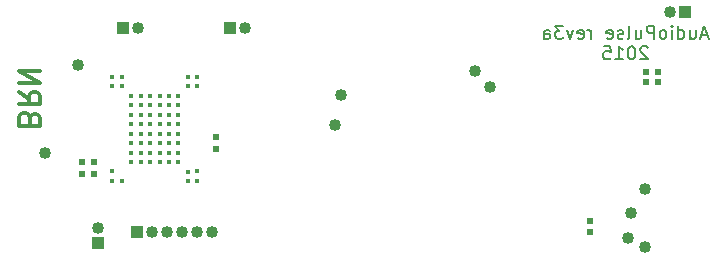
<source format=gbs>
G04 (created by PCBNEW (2013-may-18)-stable) date Fri 15 May 2015 12:14:51 AM EDT*
%MOIN*%
G04 Gerber Fmt 3.4, Leading zero omitted, Abs format*
%FSLAX34Y34*%
G01*
G70*
G90*
G04 APERTURE LIST*
%ADD10C,0.00590551*%
%ADD11C,0.00787402*%
%ADD12C,0.011811*%
%ADD13C,0.04*%
%ADD14R,0.04X0.04*%
%ADD15R,0.019685X0.023622*%
%ADD16R,0.023622X0.019685*%
%ADD17C,0.0157*%
G04 APERTURE END LIST*
G54D10*
G54D11*
X83169Y-29563D02*
X82963Y-29563D01*
X83210Y-29687D02*
X83066Y-29254D01*
X82922Y-29687D01*
X82592Y-29398D02*
X82592Y-29687D01*
X82777Y-29398D02*
X82777Y-29625D01*
X82757Y-29666D01*
X82715Y-29687D01*
X82653Y-29687D01*
X82612Y-29666D01*
X82592Y-29645D01*
X82200Y-29687D02*
X82200Y-29254D01*
X82200Y-29666D02*
X82241Y-29687D01*
X82323Y-29687D01*
X82365Y-29666D01*
X82385Y-29645D01*
X82406Y-29604D01*
X82406Y-29480D01*
X82385Y-29439D01*
X82365Y-29419D01*
X82323Y-29398D01*
X82241Y-29398D01*
X82200Y-29419D01*
X81994Y-29687D02*
X81994Y-29398D01*
X81994Y-29254D02*
X82014Y-29274D01*
X81994Y-29295D01*
X81973Y-29274D01*
X81994Y-29254D01*
X81994Y-29295D01*
X81725Y-29687D02*
X81767Y-29666D01*
X81787Y-29645D01*
X81808Y-29604D01*
X81808Y-29480D01*
X81787Y-29439D01*
X81767Y-29419D01*
X81725Y-29398D01*
X81664Y-29398D01*
X81622Y-29419D01*
X81602Y-29439D01*
X81581Y-29480D01*
X81581Y-29604D01*
X81602Y-29645D01*
X81622Y-29666D01*
X81664Y-29687D01*
X81725Y-29687D01*
X81395Y-29687D02*
X81395Y-29254D01*
X81230Y-29254D01*
X81189Y-29274D01*
X81169Y-29295D01*
X81148Y-29336D01*
X81148Y-29398D01*
X81169Y-29439D01*
X81189Y-29460D01*
X81230Y-29480D01*
X81395Y-29480D01*
X80777Y-29398D02*
X80777Y-29687D01*
X80962Y-29398D02*
X80962Y-29625D01*
X80942Y-29666D01*
X80901Y-29687D01*
X80839Y-29687D01*
X80797Y-29666D01*
X80777Y-29645D01*
X80509Y-29687D02*
X80550Y-29666D01*
X80571Y-29625D01*
X80571Y-29254D01*
X80364Y-29666D02*
X80323Y-29687D01*
X80241Y-29687D01*
X80199Y-29666D01*
X80179Y-29625D01*
X80179Y-29604D01*
X80199Y-29563D01*
X80241Y-29542D01*
X80302Y-29542D01*
X80344Y-29522D01*
X80364Y-29480D01*
X80364Y-29460D01*
X80344Y-29419D01*
X80302Y-29398D01*
X80241Y-29398D01*
X80199Y-29419D01*
X79828Y-29666D02*
X79869Y-29687D01*
X79952Y-29687D01*
X79993Y-29666D01*
X80014Y-29625D01*
X80014Y-29460D01*
X79993Y-29419D01*
X79952Y-29398D01*
X79869Y-29398D01*
X79828Y-29419D01*
X79808Y-29460D01*
X79808Y-29501D01*
X80014Y-29542D01*
X79292Y-29687D02*
X79292Y-29398D01*
X79292Y-29480D02*
X79271Y-29439D01*
X79251Y-29419D01*
X79209Y-29398D01*
X79168Y-29398D01*
X78859Y-29666D02*
X78900Y-29687D01*
X78983Y-29687D01*
X79024Y-29666D01*
X79044Y-29625D01*
X79044Y-29460D01*
X79024Y-29419D01*
X78983Y-29398D01*
X78900Y-29398D01*
X78859Y-29419D01*
X78838Y-29460D01*
X78838Y-29501D01*
X79044Y-29542D01*
X78694Y-29398D02*
X78591Y-29687D01*
X78488Y-29398D01*
X78364Y-29254D02*
X78096Y-29254D01*
X78240Y-29419D01*
X78178Y-29419D01*
X78137Y-29439D01*
X78116Y-29460D01*
X78096Y-29501D01*
X78096Y-29604D01*
X78116Y-29645D01*
X78137Y-29666D01*
X78178Y-29687D01*
X78302Y-29687D01*
X78343Y-29666D01*
X78364Y-29645D01*
X77725Y-29687D02*
X77725Y-29460D01*
X77745Y-29419D01*
X77787Y-29398D01*
X77869Y-29398D01*
X77910Y-29419D01*
X77725Y-29666D02*
X77766Y-29687D01*
X77869Y-29687D01*
X77910Y-29666D01*
X77931Y-29625D01*
X77931Y-29583D01*
X77910Y-29542D01*
X77869Y-29522D01*
X77766Y-29522D01*
X77725Y-29501D01*
X81179Y-29980D02*
X81158Y-29959D01*
X81117Y-29939D01*
X81014Y-29939D01*
X80973Y-29959D01*
X80952Y-29980D01*
X80931Y-30021D01*
X80931Y-30062D01*
X80952Y-30124D01*
X81200Y-30372D01*
X80931Y-30372D01*
X80663Y-29939D02*
X80622Y-29939D01*
X80581Y-29959D01*
X80560Y-29980D01*
X80540Y-30021D01*
X80519Y-30104D01*
X80519Y-30207D01*
X80540Y-30289D01*
X80560Y-30330D01*
X80581Y-30351D01*
X80622Y-30372D01*
X80663Y-30372D01*
X80705Y-30351D01*
X80725Y-30330D01*
X80746Y-30289D01*
X80766Y-30207D01*
X80766Y-30104D01*
X80746Y-30021D01*
X80725Y-29980D01*
X80705Y-29959D01*
X80663Y-29939D01*
X80107Y-30372D02*
X80354Y-30372D01*
X80230Y-30372D02*
X80230Y-29939D01*
X80272Y-30000D01*
X80313Y-30042D01*
X80354Y-30062D01*
X79715Y-29939D02*
X79921Y-29939D01*
X79942Y-30145D01*
X79921Y-30124D01*
X79880Y-30104D01*
X79777Y-30104D01*
X79735Y-30124D01*
X79715Y-30145D01*
X79694Y-30186D01*
X79694Y-30289D01*
X79715Y-30330D01*
X79735Y-30351D01*
X79777Y-30372D01*
X79880Y-30372D01*
X79921Y-30351D01*
X79942Y-30330D01*
G54D12*
X60600Y-32344D02*
X60566Y-32242D01*
X60532Y-32209D01*
X60465Y-32175D01*
X60363Y-32175D01*
X60296Y-32209D01*
X60262Y-32242D01*
X60228Y-32310D01*
X60228Y-32580D01*
X60937Y-32580D01*
X60937Y-32344D01*
X60903Y-32276D01*
X60870Y-32242D01*
X60802Y-32209D01*
X60735Y-32209D01*
X60667Y-32242D01*
X60633Y-32276D01*
X60600Y-32344D01*
X60600Y-32580D01*
X60228Y-31466D02*
X60566Y-31703D01*
X60228Y-31871D02*
X60937Y-31871D01*
X60937Y-31601D01*
X60903Y-31534D01*
X60870Y-31500D01*
X60802Y-31466D01*
X60701Y-31466D01*
X60633Y-31500D01*
X60600Y-31534D01*
X60566Y-31601D01*
X60566Y-31871D01*
X60228Y-31163D02*
X60937Y-31163D01*
X60228Y-30758D01*
X60937Y-30758D01*
G54D13*
X62860Y-36010D03*
G54D14*
X62860Y-36510D03*
G54D13*
X64195Y-29325D03*
G54D14*
X63695Y-29325D03*
G54D13*
X81915Y-28811D03*
G54D14*
X82415Y-28811D03*
G54D13*
X67760Y-29340D03*
G54D14*
X67260Y-29340D03*
G54D13*
X66650Y-36120D03*
X66150Y-36120D03*
X65150Y-36120D03*
X65650Y-36120D03*
X64650Y-36120D03*
G54D14*
X64150Y-36120D03*
G54D15*
X81138Y-31129D03*
X81531Y-31129D03*
X81138Y-30811D03*
X81531Y-30811D03*
G54D16*
X79272Y-36142D03*
X79272Y-35749D03*
G54D13*
X75928Y-31298D03*
X75426Y-30759D03*
X62185Y-30547D03*
X61089Y-33509D03*
X81081Y-34682D03*
X80618Y-35501D03*
X80535Y-36323D03*
X81102Y-36624D03*
X70763Y-32559D03*
X70972Y-31551D03*
G54D16*
X62732Y-33795D03*
X62732Y-34188D03*
X62314Y-33799D03*
X62314Y-34192D03*
G54D17*
X65539Y-33483D03*
X65539Y-33168D03*
X65539Y-32853D03*
X65539Y-31593D03*
X65539Y-31908D03*
X65539Y-32538D03*
X65539Y-32223D03*
X65224Y-32223D03*
X65224Y-32538D03*
X65224Y-31908D03*
X65224Y-31593D03*
X65224Y-32853D03*
X65224Y-33168D03*
X65224Y-33483D03*
X64594Y-33483D03*
X64594Y-33168D03*
X64594Y-32853D03*
X64594Y-31593D03*
X64594Y-31908D03*
X64594Y-32538D03*
X64594Y-32223D03*
X64909Y-32223D03*
X64909Y-32538D03*
X64909Y-31908D03*
X64909Y-31593D03*
X64909Y-32853D03*
X64909Y-33168D03*
X64909Y-33483D03*
X64279Y-33483D03*
X64279Y-33168D03*
X64279Y-32853D03*
X64279Y-31593D03*
X64279Y-31908D03*
X64279Y-32538D03*
X64279Y-32223D03*
X65854Y-34427D03*
X66169Y-34112D03*
X66169Y-34427D03*
X66169Y-31277D03*
X66169Y-30962D03*
X65854Y-30962D03*
X65854Y-31277D03*
X63334Y-31277D03*
X63334Y-30962D03*
X63649Y-30962D03*
X65853Y-34113D03*
X63649Y-34427D03*
X63649Y-31279D03*
X63334Y-34112D03*
X63334Y-34427D03*
X63964Y-32223D03*
X63964Y-32538D03*
X63964Y-31908D03*
X63964Y-31593D03*
X65539Y-33798D03*
X65224Y-33798D03*
X64909Y-33798D03*
X63964Y-32853D03*
X63964Y-33168D03*
X63964Y-33798D03*
X63964Y-33483D03*
X64279Y-33798D03*
X64594Y-33798D03*
G54D16*
X66779Y-33354D03*
X66779Y-32960D03*
M02*

</source>
